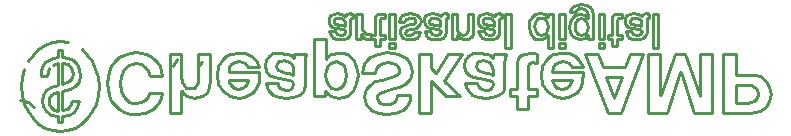
<source format=gbr>
G04 #@! TF.GenerationSoftware,KiCad,Pcbnew,(7.0.0-0)*
G04 #@! TF.CreationDate,2024-11-26T16:17:07-08:00*
G04 #@! TF.ProjectId,tas5754m,74617335-3735-4346-9d2e-6b696361645f,rev?*
G04 #@! TF.SameCoordinates,Original*
G04 #@! TF.FileFunction,Legend,Bot*
G04 #@! TF.FilePolarity,Positive*
%FSLAX46Y46*%
G04 Gerber Fmt 4.6, Leading zero omitted, Abs format (unit mm)*
G04 Created by KiCad (PCBNEW (7.0.0-0)) date 2024-11-26 16:17:07*
%MOMM*%
%LPD*%
G01*
G04 APERTURE LIST*
%ADD10C,0.250000*%
G04 APERTURE END LIST*
D10*
X149105739Y-154133860D02*
X149041304Y-154117760D01*
X139450534Y-154166205D02*
X139148499Y-154403805D01*
X131871104Y-154601015D02*
X131891239Y-154480200D01*
X127538846Y-156578585D02*
X127079754Y-156578585D01*
X118759738Y-160458490D02*
X118556300Y-160528640D01*
X125462689Y-156272420D02*
X125527123Y-156264370D01*
X131291195Y-155861445D02*
X131154273Y-155901695D01*
X130517991Y-154580895D02*
X130622697Y-154496325D01*
X142936154Y-153804015D02*
X143048914Y-153711390D01*
X140043409Y-160058800D02*
X139910124Y-159301165D01*
X106446788Y-158606755D02*
X106110064Y-158375260D01*
X157644249Y-162500075D02*
X155385383Y-162500090D01*
X110910036Y-159539625D02*
X110910036Y-157491215D01*
X113256563Y-157701724D02*
X113573998Y-157533360D01*
X142400549Y-155632310D02*
X142585799Y-155962535D01*
X100690875Y-162014451D02*
X100792951Y-161501560D01*
X141151794Y-158361145D02*
X140978172Y-158645255D01*
X137885609Y-162205355D02*
X137885609Y-161118015D01*
X130014598Y-154689585D02*
X130083059Y-155003700D01*
X117588214Y-158753885D02*
X117539109Y-158522385D01*
X132028161Y-154443950D02*
X132092595Y-154452000D01*
X140948369Y-159932525D02*
X141081654Y-160185070D01*
X155385383Y-157491290D02*
X156486754Y-157491290D01*
X122206157Y-155192975D02*
X122463893Y-155289630D01*
X139611321Y-160451590D02*
X139611321Y-161118025D01*
X117917924Y-158080435D02*
X118149422Y-158059385D01*
X127784979Y-161006015D02*
X128851274Y-161006015D01*
X109521045Y-160612935D02*
X109500000Y-160612935D01*
X128562676Y-155873700D02*
X128466025Y-155809265D01*
X148582209Y-154137890D02*
X148461399Y-154335220D01*
X117714488Y-160255055D02*
X117651352Y-160002510D01*
X98446873Y-162037070D02*
X98308820Y-161780208D01*
X157644249Y-159287155D02*
X158079184Y-159320478D01*
X98317188Y-161216279D02*
X98480343Y-160992885D01*
X157707384Y-160171085D02*
X157342599Y-160143035D01*
X143020724Y-153344920D02*
X142730769Y-153453655D01*
X122766857Y-161216130D02*
X122149527Y-161082840D01*
X122149527Y-161082840D02*
X121893476Y-160909218D01*
X113917734Y-160381490D02*
X114317595Y-160465675D01*
X126767789Y-160634200D02*
X126311808Y-160788535D01*
X129170773Y-154117875D02*
X128844576Y-154081625D01*
X128836520Y-156276400D02*
X129142582Y-156240150D01*
X128482135Y-155563615D02*
X128635165Y-155475015D01*
X99209664Y-156457125D02*
X98550547Y-156534386D01*
X148050629Y-156276220D02*
X148352664Y-156244020D01*
X123229854Y-158494270D02*
X122963280Y-158241725D01*
X125177113Y-158047384D02*
X125441933Y-157800100D01*
X146213969Y-154150070D02*
X146040804Y-154250750D01*
X111906181Y-157491215D02*
X111906181Y-159722020D01*
X128466025Y-155809265D02*
X128425755Y-155700535D01*
X145299349Y-154138145D02*
X144840254Y-154138145D01*
X114778839Y-161170692D02*
X114345658Y-161216290D01*
X143093184Y-154561130D02*
X143342869Y-154500720D01*
X106755454Y-160816515D02*
X106755454Y-160816515D01*
X132092595Y-154133860D02*
X132028161Y-154117760D01*
X134197320Y-154137990D02*
X133738227Y-154137990D01*
X150073524Y-161005780D02*
X151301169Y-157491215D01*
X134615251Y-158150585D02*
X134811674Y-158080435D01*
X127079754Y-156220170D02*
X127538846Y-156220170D01*
X145586979Y-162500130D02*
X143692899Y-157491330D01*
X139464006Y-158241815D02*
X139302661Y-158234815D01*
X105029738Y-158438395D02*
X104608832Y-158824225D01*
X135780865Y-154532585D02*
X135913760Y-154653395D01*
X143048914Y-153711390D02*
X143197914Y-153667090D01*
X147104254Y-155583575D02*
X147200909Y-155917825D01*
X99397354Y-158282015D02*
X99880960Y-158400001D01*
X126733473Y-155877710D02*
X126318679Y-155877710D01*
X129154662Y-154492370D02*
X129271448Y-154572915D01*
X135793786Y-160311170D02*
X135653484Y-160458490D01*
X122524301Y-154959445D02*
X122439731Y-154858765D01*
X115110299Y-159694015D02*
X115110304Y-159694015D01*
X146391179Y-156844220D02*
X146391179Y-156220015D01*
X113573998Y-157533360D02*
X114345658Y-157400075D01*
X113588028Y-161068970D02*
X113005773Y-160662095D01*
X143902664Y-156220270D02*
X144361754Y-156220270D01*
X136159411Y-156139315D02*
X136352713Y-155950040D01*
X123740492Y-154081510D02*
X123506918Y-154137890D01*
X131569068Y-154137890D02*
X131448255Y-154335220D01*
X125568205Y-162247690D02*
X125133269Y-161770660D01*
X113665190Y-160185070D02*
X113917734Y-160381490D01*
X144295306Y-153836248D02*
X144095964Y-153546295D01*
X153391689Y-157491215D02*
X154422909Y-157491215D01*
X129315748Y-154717890D02*
X129251314Y-154862870D01*
X133724331Y-160584770D02*
X134117177Y-160956570D01*
X135055981Y-154858765D02*
X135027791Y-154709760D01*
X134797644Y-158999415D02*
X134608236Y-158901200D01*
X143270409Y-154138245D02*
X142843534Y-154222815D01*
X97395194Y-163423979D02*
X97958101Y-163773432D01*
X125859612Y-155877710D02*
X125513279Y-155877710D01*
X137885609Y-161118015D02*
X137282309Y-161118015D01*
X124015547Y-160626860D02*
X123503442Y-161054780D01*
X99850684Y-163989164D02*
X100461226Y-163773432D01*
X149853344Y-157013515D02*
X149853344Y-154138145D01*
X142568844Y-161033895D02*
X142195290Y-161170692D01*
X112991743Y-157926205D02*
X113256563Y-157701724D01*
X135966113Y-154838645D02*
X135966112Y-155180920D01*
X97026878Y-161976462D02*
X96471339Y-161625838D01*
X118359872Y-161216130D02*
X118914067Y-161174030D01*
X98481180Y-162696391D02*
X99079413Y-162803487D01*
X142077789Y-158180505D02*
X141797184Y-158143675D01*
X109499999Y-157491215D02*
X109499999Y-159392310D01*
X123889495Y-154097610D02*
X123808953Y-154085510D01*
X157342599Y-161644245D02*
X157707384Y-161616195D01*
X104370318Y-159357375D02*
X104300168Y-159974700D01*
X125108302Y-155793240D02*
X124931109Y-155656315D01*
X148811759Y-155950040D02*
X148884244Y-155672170D01*
X100758649Y-158568131D02*
X100577715Y-158284076D01*
X109545597Y-159867581D02*
X109682392Y-160185015D01*
X143459764Y-158613685D02*
X142582874Y-158613685D01*
X131037486Y-156276220D02*
X131339520Y-156244020D01*
X142333840Y-157470227D02*
X142814374Y-157680680D01*
X135950000Y-155776875D02*
X135845295Y-155861445D01*
X129706379Y-155636080D02*
X129227151Y-155636080D01*
X158977114Y-162002000D02*
X158443969Y-162359770D01*
X116542966Y-158480230D02*
X116648193Y-158985315D01*
X127006300Y-159539860D02*
X127483327Y-159392545D01*
X143870444Y-155483340D02*
X143769769Y-155704830D01*
X122339051Y-156131260D02*
X122637058Y-156244020D01*
X116043313Y-158613685D02*
X115166423Y-158613685D01*
X133633522Y-155801195D02*
X133331488Y-155913950D01*
X126978239Y-158228030D02*
X126557333Y-158277130D01*
X141940349Y-156220170D02*
X141940349Y-154138145D01*
X121721609Y-157940080D02*
X121735639Y-157940080D01*
X143338864Y-153312720D02*
X143020724Y-153344920D01*
X121735639Y-157940080D02*
X121942584Y-157705073D01*
X135022127Y-159055535D02*
X134797644Y-158999415D01*
X122560546Y-154496325D02*
X122697469Y-154456075D01*
X148815784Y-154081510D02*
X148582209Y-154137890D01*
X113005773Y-160662095D02*
X112626958Y-160058800D01*
X107183374Y-157926290D02*
X107442932Y-158220925D01*
X105113920Y-162568535D02*
X104622864Y-162415955D01*
X127167650Y-161728570D02*
X127476314Y-161609315D01*
X137885609Y-160451580D02*
X137885609Y-158311975D01*
X135260641Y-159090585D02*
X135022127Y-159055535D01*
X129714435Y-155015925D02*
X129774842Y-154758190D01*
X125098193Y-160514960D02*
X125441933Y-160115100D01*
X143342894Y-155914240D02*
X143085154Y-155849810D01*
X144095964Y-153546295D02*
X143775806Y-153371114D01*
X145299349Y-157013515D02*
X145299349Y-156578585D01*
X139474694Y-156211985D02*
X139808949Y-156276420D01*
X128852627Y-154444070D02*
X128997604Y-154452120D01*
X97566686Y-159393105D02*
X98159061Y-159393105D01*
X135941948Y-155478870D02*
X135994300Y-155631900D01*
X116036298Y-159869390D02*
X115906518Y-160234175D01*
X142916019Y-155680670D02*
X142823394Y-155447095D01*
X118598390Y-159700860D02*
X118864964Y-159820115D01*
X142513304Y-153655010D02*
X142408599Y-153961070D01*
X107737568Y-161226898D02*
X107583235Y-161588175D01*
X142823394Y-155447095D02*
X142795194Y-155189360D01*
X125869854Y-159154020D02*
X125869854Y-159154015D01*
X130526043Y-155289630D02*
X130815996Y-155337930D01*
X103851204Y-161854750D02*
X103572353Y-161465411D01*
X135072091Y-154580895D02*
X135176797Y-154496325D01*
X118591374Y-159125635D02*
X118366891Y-159090585D01*
X141365756Y-161179460D02*
X141004479Y-161068970D01*
X122488054Y-155583575D02*
X122028962Y-155583575D01*
X140199579Y-156199890D02*
X140368719Y-156095185D01*
X115906518Y-160234175D02*
X115713603Y-160556870D01*
X128172045Y-155241420D02*
X128023041Y-155414585D01*
X116655204Y-160002515D02*
X116709571Y-160323456D01*
X100792951Y-161501560D02*
X100207271Y-161501560D01*
X124317197Y-158564420D02*
X124415408Y-159265930D01*
X132032174Y-157491215D02*
X133238769Y-157491215D01*
X122665249Y-154081510D02*
X122395432Y-154121760D01*
X135913760Y-154653395D02*
X135966113Y-154838645D01*
X100461226Y-163773432D02*
X101024133Y-163423979D01*
X158443969Y-159420445D02*
X158977114Y-159785230D01*
X126733496Y-154142020D02*
X126584492Y-154125920D01*
X106797543Y-159420510D02*
X106678286Y-158964526D01*
X101024133Y-163423979D02*
X101522249Y-162949068D01*
X158079184Y-159320478D02*
X158443969Y-159420445D01*
X133999990Y-156099200D02*
X134147987Y-155877708D01*
X122975336Y-156276220D02*
X123277371Y-156244020D01*
X130691153Y-155833255D02*
X130550204Y-155583575D01*
X114857755Y-160269250D02*
X115012087Y-160027231D01*
X115152393Y-161033895D02*
X114778839Y-161170692D01*
X123222838Y-160093715D02*
X123370156Y-159721915D01*
X148461399Y-154335220D02*
X148123119Y-154141920D01*
X131359660Y-154653395D02*
X131412013Y-154838645D01*
X129690272Y-154444070D02*
X129468780Y-154234660D01*
X118738694Y-157633158D02*
X118437044Y-157498115D01*
X136972325Y-157491100D02*
X135962150Y-157491100D01*
X154422909Y-157491215D02*
X154422909Y-162500015D01*
X119915475Y-160481288D02*
X119952304Y-160184900D01*
X118998254Y-157841855D02*
X118738694Y-157633158D01*
X109736759Y-160884770D02*
X109521045Y-160612935D01*
X135913045Y-157659465D02*
X135892000Y-157841855D01*
X140486495Y-155489117D02*
X140368704Y-155720675D01*
X123164964Y-161175793D02*
X122766857Y-161216130D01*
X143197914Y-153667090D02*
X143367054Y-153654990D01*
X128974037Y-159360960D02*
X128837243Y-159666115D01*
X130699207Y-156244020D02*
X131037486Y-156276220D01*
X116648193Y-158985315D02*
X116928797Y-159308010D01*
X101930673Y-162369863D02*
X102231203Y-161715320D01*
X107442932Y-158220925D02*
X107646370Y-158571680D01*
X113531904Y-159932525D02*
X113665190Y-160185070D01*
X126318679Y-155877710D02*
X126318679Y-154766220D01*
X121942584Y-157705073D02*
X122198635Y-157533200D01*
X139394139Y-155430725D02*
X139365939Y-155156880D01*
X125527123Y-155821390D02*
X125426445Y-155833490D01*
X139881434Y-154081635D02*
X139450534Y-154166205D01*
X102480154Y-160260015D02*
X102413708Y-159493600D01*
X128844576Y-154081625D02*
X128478108Y-154125925D01*
X146134154Y-161265470D02*
X146148204Y-161265470D01*
X146391179Y-154766220D02*
X146395179Y-154641380D01*
X127079754Y-154138145D02*
X127079754Y-156220170D01*
X148884244Y-154085510D02*
X148815784Y-154081510D01*
X130550204Y-155583575D02*
X130091112Y-155583575D01*
X140525759Y-155181040D02*
X140486495Y-155489117D01*
X108503854Y-157491215D02*
X109499999Y-157491215D01*
X99079415Y-157140740D02*
X99079415Y-157790010D01*
X127079754Y-157013515D02*
X127538846Y-157013515D01*
X131440200Y-155631900D02*
X131395900Y-155776875D01*
X105661099Y-157379115D02*
X106104803Y-157414190D01*
X136425201Y-155672170D02*
X136425204Y-154601015D01*
X132369004Y-154137985D02*
X132369004Y-156220015D01*
X136356742Y-154081510D02*
X136123168Y-154137890D01*
X131802642Y-154081510D02*
X131569068Y-154137890D01*
X158226499Y-160507810D02*
X158016049Y-160276310D01*
X141481254Y-154138145D02*
X141481254Y-156220170D01*
X123966011Y-154443950D02*
X124030445Y-154452000D01*
X128719740Y-158064922D02*
X128886349Y-158340265D01*
X125859612Y-154649435D02*
X125859612Y-155877710D01*
X130650199Y-157491215D02*
X130650199Y-158739905D01*
X127855127Y-158536700D02*
X127609598Y-158347295D01*
X132092595Y-154452000D02*
X132092595Y-154133860D01*
X135499154Y-158157595D02*
X135737667Y-158389095D01*
X126311808Y-160788535D02*
X126094340Y-160956895D01*
X129468780Y-154234660D02*
X129170773Y-154117875D01*
X126171505Y-162528295D02*
X125568205Y-162247690D01*
X144801289Y-157491330D02*
X145194134Y-158606730D01*
X133541939Y-158985315D02*
X133822543Y-159308010D01*
X133122077Y-155869650D02*
X132965019Y-155752865D01*
X143628824Y-154234895D02*
X143270409Y-154138245D01*
X143902664Y-155934345D02*
X143902664Y-156220270D01*
X135563396Y-155913795D02*
X135245253Y-155833255D01*
X130622697Y-154496325D02*
X130759619Y-154456075D01*
X134481964Y-158297905D02*
X134615251Y-158150585D01*
X131716494Y-159785155D02*
X133084439Y-161118025D01*
X136425204Y-154601015D02*
X136445339Y-154480200D01*
X135253622Y-161216130D02*
X135807817Y-161174030D01*
X145932084Y-156844220D02*
X146391179Y-156844220D01*
X142526764Y-159694015D02*
X142526754Y-159694015D01*
X129142582Y-156240150D02*
X129408372Y-156131415D01*
X145956234Y-154419890D02*
X145932084Y-154649435D01*
X133085833Y-156175715D02*
X133460355Y-156276395D01*
X141940349Y-157013515D02*
X141940349Y-156578585D01*
X102231203Y-161715320D02*
X102416732Y-161005388D01*
X129271448Y-154572915D02*
X129315748Y-154717890D01*
X99397360Y-162294740D02*
X99397360Y-160668220D01*
X126038219Y-161195410D02*
X126108370Y-161461985D01*
X147515034Y-154858765D02*
X147486834Y-154709760D01*
X142924044Y-154718185D02*
X143093184Y-154561130D01*
X143894614Y-154504715D02*
X143628824Y-154234895D01*
X118047705Y-160518123D02*
X117847775Y-160423420D01*
X130401200Y-156131260D02*
X130699207Y-156244020D01*
X147635839Y-154496325D02*
X147772764Y-154456075D01*
X128385482Y-155132685D02*
X128172045Y-155241420D01*
X101522248Y-157570966D02*
X101038224Y-157106599D01*
X114899849Y-158290995D02*
X114661335Y-158180505D01*
X113489811Y-159062655D02*
X113489814Y-159062655D01*
X129227151Y-155636080D02*
X129074121Y-155857575D01*
X124306904Y-156220015D02*
X124737806Y-156220015D01*
X127079754Y-156578585D02*
X127079754Y-157013515D01*
X147772764Y-154456075D02*
X147909684Y-154443975D01*
X100577715Y-158284076D02*
X100324407Y-158064445D01*
X142408599Y-153961070D02*
X142867689Y-153961070D01*
X140368719Y-156095185D02*
X140501614Y-155950205D01*
X122149528Y-158241725D02*
X121875939Y-158494270D01*
X139494814Y-155672350D02*
X139394139Y-155430725D01*
X147712354Y-156244020D02*
X148050629Y-156276220D01*
X124737806Y-156220015D02*
X124737806Y-155817300D01*
X148964789Y-154097610D02*
X148884244Y-154085510D01*
X149853344Y-154138145D02*
X149394254Y-154138145D01*
X117903894Y-158999415D02*
X117714486Y-158901200D01*
X122963280Y-158241725D02*
X122556404Y-158143515D01*
X123370156Y-159721915D02*
X123419261Y-159293990D01*
X99993077Y-159801440D02*
X99397357Y-160042405D01*
X120725464Y-161117920D02*
X120725464Y-156221380D01*
X148453344Y-155631900D02*
X148409044Y-155776875D01*
X147096204Y-155003700D02*
X147281449Y-155192975D01*
X135653484Y-160458490D02*
X135450046Y-160528640D01*
X127595570Y-162528295D02*
X126844955Y-162619490D01*
X146805954Y-154496405D02*
X146805954Y-154142020D01*
X143902664Y-154504715D02*
X143894614Y-154504715D01*
X138881754Y-162205355D02*
X137885609Y-162205355D01*
X135849907Y-160058630D02*
X135793786Y-160311170D01*
X122645115Y-155019850D02*
X122524301Y-154959445D01*
X133238769Y-157491215D02*
X131716494Y-159785155D01*
X100418115Y-162415225D02*
X100690875Y-162014451D01*
X156486754Y-159287155D02*
X157644249Y-159287155D01*
X135892000Y-157841855D02*
X135632441Y-157633158D01*
X118794812Y-159174735D02*
X118591374Y-159125635D01*
X129347967Y-155297820D02*
X129561404Y-155189090D01*
X127953338Y-158852380D02*
X127855127Y-158536700D01*
X137282309Y-160451580D02*
X137885609Y-160451580D01*
X147829139Y-155337930D02*
X148066739Y-155370130D01*
X98697044Y-162229500D02*
X98446873Y-162037070D01*
X148993004Y-154443950D02*
X149041304Y-154443950D01*
X146491839Y-154496405D02*
X146612654Y-154480305D01*
X145585754Y-156220015D02*
X145932084Y-156220015D01*
X126419380Y-154496405D02*
X126540194Y-154480305D01*
X143452749Y-159869390D02*
X143322970Y-160234175D01*
X143322970Y-160234175D02*
X143130054Y-160556870D01*
X110910036Y-157491215D02*
X111906181Y-157491215D01*
X125961050Y-158726100D02*
X125869854Y-159154020D01*
X132028161Y-154117760D02*
X131951645Y-154097610D01*
X136319922Y-161026710D02*
X136698737Y-160711030D01*
X128429779Y-154635360D02*
X128534484Y-154524615D01*
X123333750Y-155776875D02*
X123229045Y-155861445D01*
X100187189Y-158700360D02*
X100300979Y-159165555D01*
X141081654Y-160185070D02*
X141334199Y-160381490D01*
X122395432Y-154121760D02*
X122165886Y-154230495D01*
X124803559Y-159154015D02*
X124842142Y-158722588D01*
X130457582Y-154121760D02*
X130228036Y-154230495D01*
X124415408Y-159265930D02*
X124317197Y-160002515D01*
X145194134Y-158606730D02*
X147067164Y-158606730D01*
X134782136Y-154230495D02*
X134625078Y-154419770D01*
X123808953Y-154085510D02*
X123740492Y-154081510D01*
X136646695Y-154452000D02*
X136646695Y-154133860D01*
X97746575Y-160964407D02*
X97660396Y-161471440D01*
X126283747Y-161637360D02*
X126529276Y-161735570D01*
X128880819Y-155011870D02*
X128635164Y-155064225D01*
X158079184Y-162464999D02*
X157644249Y-162500075D01*
X148239909Y-154532585D02*
X148372804Y-154653395D01*
X126199563Y-158438480D02*
X125961050Y-158726100D01*
X117721501Y-158150585D02*
X117917924Y-158080435D01*
X134650322Y-161152995D02*
X135253622Y-161216130D01*
X119019299Y-157659465D02*
X118998254Y-157841855D01*
X123377171Y-158866070D02*
X123229854Y-158494270D01*
X133548954Y-160002515D02*
X133603321Y-160323456D01*
X98738879Y-160833913D02*
X99072718Y-160731835D01*
X113949305Y-161179460D02*
X113588028Y-161068970D01*
X124030445Y-154133860D02*
X123966011Y-154117760D01*
X139365939Y-155156880D02*
X139365959Y-155156880D01*
X118956159Y-158894180D02*
X118956159Y-159265930D01*
X122020909Y-155003700D02*
X122206157Y-155192975D01*
X125859587Y-156220015D02*
X125859587Y-156844220D01*
X130759619Y-154456075D02*
X130896541Y-154443975D01*
X131891239Y-154480200D02*
X131979836Y-154443950D01*
X121728622Y-158866070D02*
X121686532Y-159293990D01*
X131250926Y-155406380D02*
X131387848Y-155478870D01*
X147740544Y-154081510D02*
X147470724Y-154121760D01*
X133738227Y-155446805D02*
X133633522Y-155801195D01*
X132828096Y-154137985D02*
X132369004Y-154137985D01*
X142388469Y-154810775D02*
X142336114Y-155233625D01*
X142428552Y-160027231D02*
X142526764Y-159694015D01*
X99880960Y-158400001D02*
X100187189Y-158700360D01*
X139502864Y-154665570D02*
X139684084Y-154504485D01*
X130187763Y-155917825D02*
X130401200Y-156131260D01*
X147720414Y-155019850D02*
X147599604Y-154959445D01*
X100867210Y-158916613D02*
X100758649Y-158568131D01*
X131412013Y-154838645D02*
X131412012Y-155180920D01*
X143870444Y-154959815D02*
X143902644Y-155225605D01*
X123517475Y-157554245D02*
X124015547Y-157968140D01*
X126636845Y-154480305D02*
X126733496Y-154496405D01*
X126529276Y-161735570D02*
X126795850Y-161763620D01*
X146040804Y-154250750D02*
X145956234Y-154419890D01*
X105661098Y-158298095D02*
X105317358Y-158333170D01*
X118900040Y-160311170D02*
X118759738Y-160458490D01*
X103367162Y-161012935D02*
X103240890Y-160514864D01*
X145932084Y-154649435D02*
X145932084Y-155877710D01*
X126318679Y-156844220D02*
X126318679Y-156220015D01*
X135313719Y-154456075D02*
X135450641Y-154443975D01*
X129654054Y-157491215D02*
X130650199Y-157491215D01*
X149041304Y-154117760D02*
X148964789Y-154097610D01*
X110005087Y-161068915D02*
X109736759Y-160884770D01*
X124765995Y-154138090D02*
X124306903Y-154138090D01*
X102416732Y-161005388D02*
X102480154Y-160260015D01*
X142730769Y-153453655D02*
X142513304Y-153655010D01*
X123092123Y-155901695D02*
X122947146Y-155913795D01*
X122439731Y-154858765D02*
X122411541Y-154709760D01*
X99397357Y-157790010D02*
X99397357Y-157140740D01*
X118437044Y-157498115D02*
X117777624Y-157399905D01*
X134811674Y-158080435D02*
X135043172Y-158059385D01*
X135807817Y-161174030D02*
X136319922Y-161026710D01*
X150059474Y-161005780D02*
X150073524Y-161005780D01*
X139949879Y-155913975D02*
X139676039Y-155845515D01*
X148409044Y-155776875D02*
X148304339Y-155861445D01*
X137885609Y-158311975D02*
X137976805Y-157870020D01*
X148618454Y-156139315D02*
X148811759Y-155950040D01*
X116830581Y-160584770D02*
X117223427Y-160956570D01*
X135708376Y-155096350D02*
X135402314Y-155056100D01*
X149028254Y-162500015D02*
X149028254Y-157491215D01*
X155385383Y-162500090D02*
X155385383Y-157491290D01*
X139184744Y-156018685D02*
X139474694Y-156211985D01*
X127538846Y-157013515D02*
X127538846Y-156578585D01*
X129408372Y-156131415D02*
X129605701Y-155930060D01*
X122125613Y-155917825D02*
X122339051Y-156131260D01*
X126466140Y-159680160D02*
X127006300Y-159539860D01*
X135758711Y-159820115D02*
X135849907Y-160058630D01*
X131109976Y-154141920D02*
X130727399Y-154081510D01*
X114317595Y-160465675D02*
X114635027Y-160416569D01*
X136935204Y-154138145D02*
X136935204Y-157013515D01*
X134741863Y-155917825D02*
X134955300Y-156131260D01*
X153391689Y-161040855D02*
X153391689Y-157491215D01*
X130896541Y-154443975D02*
X131061653Y-154464125D01*
X159278764Y-160297330D02*
X159376974Y-160893615D01*
X141940349Y-156578585D02*
X141481254Y-156578585D01*
X157342599Y-160143035D02*
X156486754Y-160143015D01*
X97381103Y-157106599D02*
X96897080Y-157570966D01*
X141481254Y-157013515D02*
X141940349Y-157013515D01*
X127820051Y-159182090D02*
X127920017Y-159036528D01*
X158226499Y-161279470D02*
X158310679Y-160893640D01*
X131605311Y-156139315D02*
X131798613Y-155950040D01*
X143596599Y-155857865D02*
X143342894Y-155914240D01*
X127483327Y-159392545D02*
X127820051Y-159182090D01*
X147539184Y-155289630D02*
X147829139Y-155337930D01*
X129251314Y-154862870D02*
X129094256Y-154951465D01*
X149028254Y-157491215D02*
X150059474Y-157491215D01*
X141481254Y-156578585D02*
X141481254Y-157013515D01*
X138881751Y-160451590D02*
X139611321Y-160451590D01*
X140533824Y-154419915D02*
X140525774Y-154419915D01*
X106871202Y-157691286D02*
X107183374Y-157926290D01*
X143193189Y-158054234D02*
X143459764Y-158613685D01*
X125859587Y-156844220D02*
X126318679Y-156844220D01*
X114917389Y-157470227D02*
X115397923Y-157680680D01*
X99932000Y-157892086D02*
X99397357Y-157790010D01*
X134664355Y-159581600D02*
X135106306Y-159637720D01*
X99397355Y-163248565D02*
X99397355Y-162810141D01*
X118366891Y-159090585D02*
X118128377Y-159055535D01*
X97958101Y-163773432D02*
X98568643Y-163989164D01*
X123277371Y-156244020D02*
X123543161Y-156139315D01*
X103851204Y-158129730D02*
X104201958Y-157815804D01*
X100903397Y-159329520D02*
X100867210Y-158916613D01*
X135253307Y-156244020D02*
X135591586Y-156276220D01*
X133460355Y-156276395D02*
X133766417Y-156232097D01*
X140968754Y-157013370D02*
X140968754Y-154138015D01*
X126322729Y-154641380D02*
X126350919Y-154552785D01*
X113489814Y-159694015D02*
X113531904Y-159932525D01*
X139029071Y-157456155D02*
X139330721Y-157463155D01*
X141762109Y-157400075D02*
X142333840Y-157470227D01*
X139398159Y-154895115D02*
X139502864Y-154665570D01*
X135708373Y-155901695D02*
X135563396Y-155913795D01*
X135828864Y-158669700D02*
X135849909Y-158894180D01*
X123092125Y-155096350D02*
X122786064Y-155056100D01*
X141734059Y-160465675D02*
X142051491Y-160416569D01*
X131871101Y-155672170D02*
X131871104Y-154601015D01*
X101522249Y-162949068D02*
X101930673Y-162369863D01*
X128997604Y-154452120D02*
X129154662Y-154492370D01*
X146656954Y-154125920D02*
X146507949Y-154117870D01*
X130727399Y-154081510D02*
X130457582Y-154121760D01*
X109500000Y-160612935D02*
X109500000Y-162500000D01*
X110271662Y-160430545D02*
X110575065Y-160374424D01*
X140422224Y-160662095D02*
X140043409Y-160058800D01*
X100451585Y-160259915D02*
X100790444Y-159870019D01*
X140408194Y-157926205D02*
X140673015Y-157701724D01*
X125148573Y-156236120D02*
X125353957Y-156276420D01*
X106629182Y-161160255D02*
X106755454Y-160816515D01*
X99072718Y-160731835D02*
X99072718Y-162304810D01*
X147909684Y-154443975D02*
X148074799Y-154464125D01*
X126350919Y-154552785D02*
X126419380Y-154496405D01*
X99072718Y-162304810D02*
X98697044Y-162229500D01*
X116709571Y-160323456D02*
X116830581Y-160584770D01*
X117223427Y-160956570D02*
X117756572Y-161152995D01*
X96188125Y-161715320D02*
X96488654Y-162369863D01*
X135615753Y-154464125D02*
X135780865Y-154532585D01*
X122999503Y-154464125D02*
X123164615Y-154532585D01*
X99072726Y-160122700D02*
X98444373Y-160305934D01*
X129074121Y-155857575D02*
X128804303Y-155913950D01*
X107863838Y-159420510D02*
X106797543Y-159420510D01*
X138983384Y-155680405D02*
X139184744Y-156018685D01*
X104201958Y-162173937D02*
X103851204Y-161854750D01*
X104300168Y-159974700D02*
X104370318Y-160613075D01*
X111843045Y-160332330D02*
X111639607Y-160802345D01*
X131798613Y-155950040D02*
X131871101Y-155672170D01*
X132864341Y-155579695D02*
X132828096Y-155366260D01*
X138881751Y-158655725D02*
X138881751Y-160451590D01*
X135485124Y-159125635D02*
X135260641Y-159090585D01*
X98631578Y-157856946D02*
X98261972Y-157994163D01*
X124765995Y-155128765D02*
X124765995Y-154138090D01*
X115166423Y-158613685D02*
X114899849Y-158290995D01*
X101921604Y-158133783D02*
X101522248Y-157570966D01*
X143278464Y-156276650D02*
X143640904Y-156192080D01*
X104622864Y-162415955D02*
X104201958Y-162173937D01*
X131154276Y-155096350D02*
X130848214Y-155056100D01*
X139148499Y-154403805D02*
X138967279Y-154754165D01*
X117756572Y-161152995D02*
X118359872Y-161216130D01*
X132803933Y-155913950D02*
X132811988Y-155905900D01*
X120725464Y-156221380D02*
X121721609Y-156221380D01*
X116928797Y-159308010D02*
X117321642Y-159483390D01*
X96897078Y-162949068D02*
X97395194Y-163423979D01*
X148123119Y-154141920D02*
X147740544Y-154081510D01*
X147084119Y-154419770D02*
X147027739Y-154689585D01*
X131905904Y-161118025D02*
X130650199Y-159813215D01*
X122455841Y-154580895D02*
X122560546Y-154496325D01*
X159376974Y-160893615D02*
X159278764Y-161489900D01*
X107367521Y-161896840D02*
X107099194Y-162149385D01*
X105029738Y-161546085D02*
X105317357Y-161656572D01*
X123829089Y-154480200D02*
X123917686Y-154443950D01*
X127834083Y-157498450D02*
X128486488Y-157828160D01*
X106104803Y-157414190D02*
X106509924Y-157519415D01*
X97660396Y-161471440D02*
X97660389Y-161471480D01*
X125329794Y-155841540D02*
X125108302Y-155793240D01*
X140187483Y-155865650D02*
X139949879Y-155913975D01*
X148884254Y-154601015D02*
X148904404Y-154480200D01*
X143600629Y-154561130D02*
X143773794Y-154726240D01*
X132369004Y-156220015D02*
X132803933Y-156220015D01*
X126318679Y-156220015D02*
X126733473Y-156220015D01*
X146507949Y-154117870D02*
X146213969Y-154150070D01*
X100070055Y-161939985D02*
X99796458Y-162197684D01*
X119980364Y-157827825D02*
X120078575Y-157491100D01*
X122028962Y-155583575D02*
X122125613Y-155917825D01*
X126584492Y-154125920D02*
X126435489Y-154117870D01*
X99397360Y-160668220D02*
X100049138Y-160457374D01*
X140990449Y-157533360D02*
X141762109Y-157400075D01*
X136809225Y-160481288D02*
X136846054Y-160184900D01*
X125527123Y-156264370D02*
X125527123Y-155821390D01*
X140255959Y-154158150D02*
X139881434Y-154081635D01*
X107099194Y-162149385D02*
X106439774Y-162500140D01*
X148074799Y-154464125D02*
X148239909Y-154532585D01*
X132965019Y-155752865D02*
X132864341Y-155579695D01*
X144840254Y-154138145D02*
X144840254Y-156220170D01*
X136505745Y-154097610D02*
X136425203Y-154085510D01*
X137976805Y-157870020D02*
X138222333Y-157610465D01*
X107583235Y-161588175D02*
X107367521Y-161896840D01*
X143342869Y-154500720D02*
X143342894Y-154500720D01*
X158310679Y-160893640D02*
X158226499Y-160507810D01*
X99397355Y-162810141D02*
X99985547Y-162687984D01*
X100300979Y-159165555D02*
X100224003Y-159533699D01*
X150578614Y-162500015D02*
X149028254Y-162500015D01*
X126435489Y-154117870D02*
X126141508Y-154150070D01*
X98550547Y-156534386D02*
X97936642Y-156755975D01*
X122549389Y-160465515D02*
X122949250Y-160360285D01*
X130586451Y-154959445D02*
X130501881Y-154858765D01*
X124745861Y-155817300D02*
X124822376Y-155982415D01*
X135330790Y-157498115D02*
X134671370Y-157399905D01*
X127920017Y-159036528D02*
X127953338Y-158852380D01*
X138965936Y-158319000D02*
X138881751Y-158655725D01*
X135402314Y-155056100D02*
X135261365Y-155019850D01*
X103367162Y-158950495D02*
X103572353Y-158510299D01*
X114661335Y-158180505D02*
X114380729Y-158143675D01*
X137394296Y-157013515D02*
X137394296Y-154138145D01*
X135962150Y-157491100D02*
X135913045Y-157659465D01*
X97757450Y-158479440D02*
X97614377Y-158876869D01*
X133822543Y-159308010D02*
X134215389Y-159483390D01*
X156486754Y-161644245D02*
X157342599Y-161644245D01*
X123808954Y-154601015D02*
X123829089Y-154480200D01*
X134197320Y-155567620D02*
X134197320Y-154137990D01*
X107788426Y-158973295D02*
X107863838Y-159420510D01*
X122629004Y-155833255D02*
X122488054Y-155583575D01*
X144361754Y-154247015D02*
X144295306Y-153836248D01*
X125426445Y-155833490D02*
X125329794Y-155841540D01*
X147470724Y-154121760D02*
X147241179Y-154230495D01*
X136445339Y-154480200D02*
X136533936Y-154443950D01*
X146779564Y-159427515D02*
X145481754Y-159427515D01*
X126318679Y-154766220D02*
X126322729Y-154641380D01*
X128023041Y-155414585D02*
X127966661Y-155680375D01*
X126540194Y-154480305D02*
X126636845Y-154480305D01*
X126795850Y-161763620D02*
X127167650Y-161728570D01*
X107646370Y-158571680D02*
X107788426Y-158973295D01*
X96005619Y-159493600D02*
X95939174Y-160260015D01*
X128486488Y-157828160D02*
X128719740Y-158064922D01*
X115397923Y-157680680D02*
X115776738Y-158054234D01*
X119952304Y-158297840D02*
X119980364Y-157827825D01*
X147563349Y-155583575D02*
X147104254Y-155583575D01*
X96002596Y-161005388D02*
X96188125Y-161715320D01*
X103572353Y-161465411D02*
X103367162Y-161012935D01*
X127966661Y-155680375D02*
X128047204Y-155962275D01*
X128635164Y-155064225D02*
X128385482Y-155132685D01*
X133084439Y-161118025D02*
X131905904Y-161118025D01*
X124810295Y-155434825D02*
X124765995Y-155128765D01*
X132811988Y-155905900D02*
X133085833Y-156175715D01*
X105113921Y-157428220D02*
X105661099Y-157379115D01*
X122165886Y-154230495D02*
X122008828Y-154419770D01*
X126844955Y-162619490D02*
X126171505Y-162528295D01*
X118212560Y-159637720D02*
X118598390Y-159700860D01*
X118864964Y-159820115D02*
X118956160Y-160058630D01*
X125353957Y-156276420D02*
X125462689Y-156272420D01*
X114380729Y-158143675D02*
X114008929Y-158198043D01*
X153377638Y-161040855D02*
X153391689Y-161040855D01*
X116106449Y-159062655D02*
X116036298Y-159869390D01*
X143522899Y-159062655D02*
X143452749Y-159869390D01*
X132803933Y-156220015D02*
X132803933Y-155913950D01*
X97970596Y-158201661D02*
X97757450Y-158479440D01*
X125968342Y-154250750D02*
X125883772Y-154419890D01*
X142336114Y-155233625D02*
X142400549Y-155632310D01*
X136425203Y-154085510D02*
X136356742Y-154081510D01*
X103240890Y-160514864D02*
X103198799Y-159974700D01*
X123808951Y-155672170D02*
X123808954Y-154601015D01*
X135370096Y-155337930D02*
X135607696Y-155370130D01*
X125513279Y-155877710D02*
X125513254Y-156220015D01*
X139941824Y-154444075D02*
X140203584Y-154508510D01*
X146148204Y-161265470D02*
X146779564Y-159427515D01*
X142526754Y-159694015D02*
X140906269Y-159694015D01*
X134955300Y-156131260D02*
X135253307Y-156244020D01*
X108503854Y-162500015D02*
X108503854Y-157491215D01*
X149041304Y-154443950D02*
X149105739Y-154452000D01*
X136533936Y-154443950D02*
X136582261Y-154443950D01*
X116634162Y-157996190D02*
X116542966Y-158480230D01*
X141425384Y-158198043D02*
X141151794Y-158361145D01*
X141334199Y-160381490D02*
X141734059Y-160465675D01*
X104370318Y-160613075D02*
X104608832Y-161160255D01*
X98262804Y-161511630D02*
X98317188Y-161216279D01*
X139910124Y-159301165D02*
X140036394Y-158529505D01*
X122556404Y-158143515D02*
X122149528Y-158241725D01*
X126129413Y-157484420D02*
X126936148Y-157379195D01*
X134637159Y-155003700D02*
X134822407Y-155192975D01*
X114345658Y-161216290D02*
X113949305Y-161179460D01*
X131036029Y-159111705D02*
X132032174Y-157491215D01*
X143085154Y-155849810D02*
X142916019Y-155680670D01*
X130083059Y-155003700D02*
X130268307Y-155192975D01*
X131154273Y-155901695D02*
X131009296Y-155913795D01*
X128425755Y-155700535D02*
X128482135Y-155563615D01*
X133527909Y-157996190D02*
X133436713Y-158480230D01*
X148167419Y-155901695D02*
X148022439Y-155913795D01*
X130650199Y-159813215D02*
X130650199Y-162500000D01*
X121868924Y-160100730D02*
X122135498Y-160360285D01*
X128416337Y-160101055D02*
X127918265Y-160332550D01*
X146805954Y-154142020D02*
X146656954Y-154125920D01*
X147200909Y-155917825D02*
X147414344Y-156131260D01*
X118310771Y-160549690D02*
X118047705Y-160518123D01*
X154422909Y-162500015D02*
X152872569Y-162500015D01*
X146805969Y-156220015D02*
X146805969Y-155877710D01*
X140006274Y-156256270D02*
X140199579Y-156199890D01*
X134215389Y-159483390D02*
X134664355Y-159581600D01*
X117777624Y-157399905D02*
X117293582Y-157463040D01*
X128256614Y-156147520D02*
X128538513Y-156248200D01*
X146612654Y-154480305D02*
X146709304Y-154480305D01*
X99209664Y-164062910D02*
X99850684Y-163989164D01*
X106110064Y-158375260D02*
X105661098Y-158298095D01*
X135849909Y-159265930D02*
X135688562Y-159174735D01*
X135245253Y-155833255D02*
X135104304Y-155583575D01*
X124822376Y-155982415D02*
X124963326Y-156127390D01*
X142881016Y-160826952D02*
X142568844Y-161033895D01*
X136698737Y-160711030D02*
X136809225Y-160481288D01*
X135966112Y-155180920D02*
X135708376Y-155096350D01*
X136874114Y-157827825D02*
X136972325Y-157491100D01*
X123736463Y-155950040D02*
X123808951Y-155672170D01*
X118843917Y-158389095D02*
X118935114Y-158669700D01*
X139676039Y-155845515D02*
X139494814Y-155672350D01*
X127686767Y-161377815D02*
X127784979Y-161006015D01*
X140906269Y-159062655D02*
X143522899Y-159062655D01*
X120078575Y-157491100D02*
X119068404Y-157491100D01*
X110580327Y-161216235D02*
X110005087Y-161068915D01*
X140509664Y-155950205D02*
X140509664Y-157013370D01*
X125012258Y-161463753D02*
X124971921Y-161104230D01*
X114345658Y-157400075D02*
X114917389Y-157470227D01*
X147861364Y-155056100D02*
X147720414Y-155019850D01*
X143640904Y-156192080D02*
X143894614Y-155934345D01*
X151764184Y-159055600D02*
X151750134Y-159055600D01*
X117714486Y-158901200D02*
X117588214Y-158753885D01*
X136002355Y-154335220D02*
X135664076Y-154141920D01*
X128240960Y-162247690D02*
X127595570Y-162528295D01*
X148167429Y-155096350D02*
X147861364Y-155056100D01*
X131412012Y-155180920D02*
X131154276Y-155096350D01*
X158977114Y-159785230D02*
X159278764Y-160297330D01*
X141004479Y-161068970D02*
X140422224Y-160662095D01*
X122198635Y-157533200D02*
X122822980Y-157399915D01*
X144840254Y-157013515D02*
X145299349Y-157013515D01*
X131951645Y-154097610D02*
X131871103Y-154085510D01*
X139330721Y-157463155D02*
X139611321Y-157491205D01*
X110769734Y-160206060D02*
X110874961Y-159930717D01*
X123047826Y-154141920D02*
X122665249Y-154081510D01*
X128682911Y-161742600D02*
X128491750Y-162023205D01*
X134625078Y-154419770D02*
X134568698Y-154689585D01*
X134568698Y-154689585D02*
X134637159Y-155003700D01*
X128809183Y-161407629D02*
X128682911Y-161742600D01*
X144840254Y-156220170D02*
X145299349Y-156220170D01*
X128852630Y-155418635D02*
X129102312Y-155366285D01*
X142195290Y-161170692D02*
X141762109Y-161216290D01*
X146805969Y-155877710D02*
X146391179Y-155877710D01*
X143902664Y-154186570D02*
X143902664Y-154504715D01*
X147067164Y-158606730D02*
X147445979Y-157491330D01*
X128478108Y-154125925D02*
X128188155Y-154258820D01*
X127476314Y-161609315D02*
X127686767Y-161377815D01*
X146423379Y-154552785D02*
X146491839Y-154496405D01*
X112493671Y-159301165D02*
X112619943Y-158529505D01*
X103572353Y-158510299D02*
X103851204Y-158129730D01*
X134741521Y-160423420D02*
X134608234Y-160255055D01*
X96488654Y-162369863D02*
X96897078Y-162949068D01*
X114008929Y-158198043D02*
X113735339Y-158361145D01*
X129774842Y-154758190D02*
X129690272Y-154444070D01*
X135664076Y-154141920D02*
X135281499Y-154081510D01*
X141797184Y-158143675D02*
X141425384Y-158198043D01*
X106755454Y-160816515D02*
X107821749Y-160816515D01*
X126936148Y-157379195D02*
X127834083Y-157498450D01*
X119952304Y-160184900D02*
X119952304Y-158297840D01*
X100207271Y-161501560D02*
X100070055Y-161939985D01*
X105317357Y-161656572D02*
X105661098Y-161693400D01*
X136935204Y-157013515D02*
X137394296Y-157013515D01*
X123196534Y-157438498D02*
X123517475Y-157554245D01*
X148304339Y-155861445D02*
X148167419Y-155901695D01*
X97660389Y-161471480D02*
X97753261Y-161955085D01*
X109104789Y-157925448D02*
X108803251Y-158571424D01*
X130228036Y-154230495D02*
X130070978Y-154419770D01*
X134545098Y-160002510D02*
X133548954Y-160002515D01*
X122008828Y-154419770D02*
X121952448Y-154689585D01*
X117539109Y-158522385D02*
X117588214Y-158297905D01*
X129654054Y-162500015D02*
X129654054Y-157491215D01*
X134645212Y-155583575D02*
X134741863Y-155917825D01*
X134608236Y-158901200D02*
X134481964Y-158753885D01*
X143902644Y-155225605D02*
X143870444Y-155483340D01*
X135591586Y-156276220D02*
X135893620Y-156244020D01*
X143773794Y-153791915D02*
X143870446Y-153959039D01*
X122637058Y-156244020D02*
X122975336Y-156276220D01*
X127293919Y-158249080D02*
X126978239Y-158228030D01*
X125869854Y-159154015D02*
X124803559Y-159154015D01*
X135176797Y-154496325D02*
X135313719Y-154456075D01*
X122949250Y-160360285D02*
X123222838Y-160093715D01*
X148425159Y-154838645D02*
X148425164Y-155180920D01*
X129102312Y-155366285D02*
X129347967Y-155297820D01*
X135632441Y-157633158D02*
X135330790Y-157498115D01*
X145299349Y-156578585D02*
X144840254Y-156578585D01*
X99079413Y-162803487D02*
X99079413Y-163248565D01*
X115110304Y-159694015D02*
X113489814Y-159694015D01*
X126141508Y-154150070D02*
X125968342Y-154250750D01*
X131448255Y-154335220D02*
X131109976Y-154141920D01*
X97614377Y-158876869D02*
X97566686Y-159393105D01*
X148400989Y-155478870D02*
X148453344Y-155631900D01*
X123378050Y-155631900D02*
X123333750Y-155776875D01*
X100049138Y-160457374D02*
X100451585Y-160259915D01*
X142585799Y-155962535D02*
X142879779Y-156192080D01*
X131061653Y-154464125D02*
X131226765Y-154532585D01*
X111906181Y-159722020D02*
X111843045Y-160332330D01*
X95939174Y-160260015D02*
X96002596Y-161005388D01*
X125133269Y-161770660D02*
X125012258Y-161463753D01*
X143130054Y-160556870D02*
X142881016Y-160826952D01*
X131339520Y-156244020D02*
X131605311Y-156139315D01*
X149394254Y-157013515D02*
X149853344Y-157013515D01*
X99397357Y-160042405D02*
X99397354Y-158282015D01*
X99796458Y-162197684D02*
X99397360Y-162294740D01*
X118605404Y-158157595D02*
X118843917Y-158389095D01*
X117651352Y-160002510D02*
X116655204Y-160002515D01*
X98262802Y-161511630D02*
X98262804Y-161511630D01*
X147027739Y-154689585D02*
X147096204Y-155003700D01*
X147281449Y-155192975D02*
X147539184Y-155289630D01*
X130707265Y-155019850D02*
X130586451Y-154959445D01*
X140906269Y-159062655D02*
X140906269Y-159062655D01*
X115464567Y-160826952D02*
X115152393Y-161033895D01*
X118128377Y-159055535D02*
X117903894Y-158999415D01*
X133603321Y-160323456D02*
X133724331Y-160584770D01*
X149105739Y-154452000D02*
X149105739Y-154133860D01*
X98261972Y-157994163D02*
X97970596Y-158201661D01*
X143773794Y-154726240D02*
X143870444Y-154959815D01*
X158016049Y-161503955D02*
X158226499Y-161279470D01*
X121686531Y-160654920D02*
X121672500Y-160654920D01*
X110575065Y-160374424D02*
X110769734Y-160206060D01*
X135204518Y-160549690D02*
X134941452Y-160518123D01*
X152872569Y-162500015D02*
X151764184Y-159055600D01*
X135450641Y-154443975D02*
X135615753Y-154464125D01*
X134671370Y-157399905D02*
X134187328Y-157463040D01*
X146716409Y-162500130D02*
X145586979Y-162500130D01*
X138881754Y-161118015D02*
X138881754Y-162205355D01*
X100790444Y-159870019D02*
X100903397Y-159329520D01*
X140673015Y-157701724D02*
X140990449Y-157533360D01*
X119426172Y-161026710D02*
X119804987Y-160711030D01*
X139684084Y-154504485D02*
X139941824Y-154444075D01*
X124030445Y-154452000D02*
X124030445Y-154133860D01*
X143692899Y-157491330D02*
X144801289Y-157491330D01*
X121686532Y-159293990D02*
X121728622Y-159728930D01*
X125513254Y-156220015D02*
X125859587Y-156220015D01*
X111232732Y-161103995D02*
X110580327Y-161216235D01*
X135011682Y-154121760D02*
X134782136Y-154230495D01*
X128635165Y-155475015D02*
X128852630Y-155418635D01*
X109499999Y-159392310D02*
X109545597Y-159867581D01*
X125918960Y-159848525D02*
X126466140Y-159680160D01*
X152149994Y-157491215D02*
X153377638Y-161040855D01*
X135805026Y-155406380D02*
X135941948Y-155478870D01*
X121721609Y-156221380D02*
X121721609Y-157940080D01*
X135492137Y-159700860D02*
X135758711Y-159820115D01*
X99079413Y-163248565D02*
X99397355Y-163248565D01*
X122135498Y-160360285D02*
X122549389Y-160465515D01*
X123349861Y-155180920D02*
X123092125Y-155096350D01*
X151750134Y-159055600D02*
X150578614Y-162500015D01*
X111639607Y-160802345D02*
X111232732Y-161103995D01*
X148904404Y-154480200D02*
X148993004Y-154443950D01*
X102223141Y-158779759D02*
X101921604Y-158133783D01*
X142867689Y-153961070D02*
X142936154Y-153804015D01*
X140978172Y-158645255D02*
X140906269Y-159062655D01*
X121728622Y-159728930D02*
X121868924Y-160100730D01*
X138967279Y-154754165D02*
X138906869Y-155193120D01*
X117770609Y-159581600D02*
X118212560Y-159637720D01*
X123503442Y-161054780D02*
X123164964Y-161175793D01*
X113561716Y-158645255D02*
X113489811Y-159062655D01*
X131871103Y-154085510D02*
X131802642Y-154081510D01*
X138906869Y-155193120D02*
X138983384Y-155680405D01*
X140533824Y-154138015D02*
X140533824Y-154419915D01*
X121875939Y-158494270D02*
X121728622Y-158866070D01*
X116900736Y-157659465D02*
X116634162Y-157996190D01*
X132828096Y-155366260D02*
X132828096Y-154137985D01*
X139302661Y-158234815D02*
X138965936Y-158319000D01*
X123419261Y-159293990D02*
X123377171Y-158866070D01*
X126733496Y-154496405D02*
X126733496Y-154142020D01*
X130650199Y-158739905D02*
X131036029Y-159111705D01*
X142582874Y-158613685D02*
X142316304Y-158290995D01*
X121893476Y-160909218D02*
X121686531Y-160654920D01*
X130501881Y-154858765D02*
X130473691Y-154709760D01*
X146709304Y-154480305D02*
X146805954Y-154496405D01*
X134432859Y-158522385D02*
X134481964Y-158297905D01*
X147599604Y-154959445D02*
X147515034Y-154858765D01*
X128047204Y-155962275D02*
X128256614Y-156147520D01*
X128851274Y-161006015D02*
X128809183Y-161407629D01*
X104608832Y-158824225D02*
X104370318Y-159357375D01*
X127538846Y-156220170D02*
X127538846Y-154138145D01*
X144361754Y-156220270D02*
X144361754Y-154247015D01*
X147414344Y-156131260D02*
X147712354Y-156244020D01*
X121672500Y-161117920D02*
X120725464Y-161117920D01*
X158443969Y-162359770D02*
X158079184Y-162464999D01*
X131053596Y-155370130D02*
X131250926Y-155406380D01*
X147445979Y-157491330D02*
X148589439Y-157491330D01*
X124317197Y-160002515D02*
X124015547Y-160626860D01*
X122947146Y-155913795D02*
X122629004Y-155833255D01*
X135104304Y-155583575D02*
X134645212Y-155583575D01*
X142795194Y-155189360D02*
X142827394Y-154935650D01*
X117321642Y-159483390D02*
X117770609Y-159581600D01*
X134147987Y-155877708D02*
X134197320Y-155567620D01*
X98005111Y-160581205D02*
X97746575Y-160964407D01*
X113489814Y-159062655D02*
X116106449Y-159062655D01*
X131979836Y-154443950D02*
X132028161Y-154443950D01*
X106439774Y-162500140D02*
X105661099Y-162619395D01*
X150059474Y-157491215D02*
X150059474Y-161005780D01*
X136646695Y-154133860D02*
X136582261Y-154117760D01*
X148884244Y-155672170D02*
X148884254Y-154601015D01*
X112619943Y-158529505D02*
X112991743Y-157926205D01*
X140509664Y-157013370D02*
X140968754Y-157013370D01*
X118956159Y-159265930D02*
X118794812Y-159174735D01*
X109500000Y-162500000D02*
X108503854Y-162500015D01*
X124015547Y-157968140D02*
X124317197Y-158564420D01*
X118956160Y-160058630D02*
X118900040Y-160311170D01*
X134187328Y-157463040D02*
X133794483Y-157659465D01*
X135027791Y-154709760D02*
X135072091Y-154580895D01*
X109682392Y-160185015D02*
X109920905Y-160369163D01*
X124971921Y-158354295D02*
X125177113Y-158047384D01*
X126108370Y-161461985D02*
X126283747Y-161637360D01*
X119068404Y-157491100D02*
X119019299Y-157659465D01*
X127532434Y-160437780D02*
X126767789Y-160634200D01*
X146395179Y-154641380D02*
X146423379Y-154552785D01*
X114635027Y-160416569D02*
X114857755Y-160269250D01*
X148372804Y-154653395D02*
X148425159Y-154838645D01*
X136123168Y-154137890D02*
X136002355Y-154335220D01*
X121672500Y-160654920D02*
X121672500Y-161117920D01*
X128886349Y-158340265D02*
X129019635Y-158978635D01*
X113735339Y-158361145D02*
X113561716Y-158645255D01*
X96196186Y-158779759D02*
X96005619Y-159493600D01*
X142553579Y-154460415D02*
X142388469Y-154810775D01*
X133331488Y-155913950D02*
X133122077Y-155869650D01*
X143775806Y-153371114D02*
X143338864Y-153312720D01*
X130815996Y-155337930D02*
X131053596Y-155370130D01*
X98599159Y-158428404D02*
X99072726Y-158298720D01*
X156486754Y-160143015D02*
X156486754Y-161644245D01*
X148352664Y-156244020D02*
X148618454Y-156139315D01*
X105317358Y-158333170D02*
X105029738Y-158438395D01*
X145932084Y-156220015D02*
X145932084Y-156844220D01*
X136846054Y-158297840D02*
X136874114Y-157827825D01*
X128804303Y-155913950D02*
X128687517Y-155905900D01*
X125441933Y-160115100D02*
X125918960Y-159848525D01*
X125883772Y-154419890D02*
X125859612Y-154649435D01*
X123164615Y-154532585D02*
X123297510Y-154653395D01*
X143367054Y-153654990D02*
X143607674Y-153689222D01*
X140036394Y-158529505D02*
X140408194Y-157926205D01*
X136352713Y-155950040D02*
X136425201Y-155672170D01*
X123506918Y-154137890D02*
X123386105Y-154335220D01*
X97753261Y-161955085D02*
X98031878Y-162388490D01*
X148589439Y-157491330D02*
X146716409Y-162500130D01*
X122463893Y-155289630D02*
X122753846Y-155337930D01*
X125441933Y-157800100D02*
X126129413Y-157484420D01*
X135607696Y-155370130D02*
X135805026Y-155406380D01*
X119804987Y-160711030D02*
X119915475Y-160481288D01*
X135845295Y-155861445D02*
X135708373Y-155901695D01*
X123386105Y-154335220D02*
X123047826Y-154141920D01*
X135893620Y-156244020D02*
X136159411Y-156139315D01*
X142814374Y-157680680D02*
X143193189Y-158054234D01*
X126557333Y-158277130D02*
X126199563Y-158438480D01*
X145481754Y-159427515D02*
X146134154Y-161265470D01*
X133436713Y-158480230D02*
X133541939Y-158985315D01*
X104201958Y-157815804D02*
X104622864Y-157575535D01*
X127918265Y-160332550D02*
X127532434Y-160437780D01*
X137394296Y-154138145D02*
X136935204Y-154138145D01*
X130848214Y-155056100D02*
X130707265Y-155019850D01*
X142843534Y-154222815D02*
X142553579Y-154460415D01*
X142316304Y-158290995D02*
X142077789Y-158180505D01*
X143894614Y-155934345D02*
X143902664Y-155934345D01*
X129605701Y-155930060D02*
X129706379Y-155636080D01*
X145932084Y-155877710D02*
X145585754Y-155877710D01*
X103240890Y-159445062D02*
X103367162Y-158950495D01*
X141481254Y-156220170D02*
X141940349Y-156220170D01*
X124963326Y-156127390D02*
X125148573Y-156236120D01*
X129019635Y-158978635D02*
X128974037Y-159360960D01*
X127922364Y-154806510D02*
X128381454Y-154806515D01*
X140968754Y-154138015D02*
X140533824Y-154138015D01*
X126733473Y-156220015D02*
X126733473Y-155877710D01*
X109920905Y-160369163D02*
X110271662Y-160430545D01*
X142827394Y-154935650D02*
X142924044Y-154718185D01*
X140489509Y-154911225D02*
X140525759Y-155181040D01*
X96471339Y-161625838D02*
X95857435Y-161404249D01*
X136846054Y-160184900D02*
X136846054Y-158297840D01*
X134822407Y-155192975D02*
X135080143Y-155289630D01*
X98031878Y-162388490D02*
X98481180Y-162696391D01*
X128687517Y-155905900D02*
X128562676Y-155873700D01*
X100224003Y-159533699D02*
X99993077Y-159801440D01*
X122697469Y-154456075D02*
X122834391Y-154443975D01*
X103198799Y-159974700D02*
X103240890Y-159445062D01*
X118556300Y-160528640D02*
X118310771Y-160549690D01*
X140906269Y-159694015D02*
X140948369Y-159932525D01*
X104608832Y-161160255D02*
X105029738Y-161546085D01*
X122991446Y-155370130D02*
X123188775Y-155406380D01*
X156486754Y-157491290D02*
X156486754Y-159287155D01*
X135737667Y-158389095D02*
X135828864Y-158669700D01*
X123349863Y-154838645D02*
X123349861Y-155180920D01*
X141762109Y-161216290D02*
X141365756Y-161179460D01*
X131009296Y-155913795D02*
X130691153Y-155833255D01*
X139611321Y-161118025D02*
X138881754Y-161118015D01*
X134608234Y-160255055D02*
X134545098Y-160002510D01*
X127538846Y-154138145D02*
X127079754Y-154138145D01*
X157707384Y-161616195D02*
X158016049Y-161503955D01*
X124971921Y-161104230D02*
X125098193Y-160514960D01*
X140501614Y-155950205D02*
X140509664Y-155950205D01*
X142051491Y-160416569D02*
X142274219Y-160269250D01*
X99072726Y-158298720D02*
X99072726Y-160122700D01*
X144840254Y-156578585D02*
X144840254Y-157013515D01*
X123917686Y-154443950D02*
X123966011Y-154443950D01*
X99397357Y-157140740D02*
X99079415Y-157140740D01*
X138587116Y-157491205D02*
X139029071Y-157456155D01*
X131226765Y-154532585D02*
X131359660Y-154653395D01*
X123543161Y-156139315D02*
X123736463Y-155950040D01*
X133794483Y-157659465D02*
X133527909Y-157996190D01*
X129561404Y-155189090D02*
X129714435Y-155015925D01*
X105661099Y-162619395D02*
X105113920Y-162568535D01*
X99868781Y-156534386D02*
X99209664Y-156457125D01*
X107821749Y-160816515D02*
X107737568Y-161226898D01*
X118935114Y-158669700D02*
X118956159Y-158894180D01*
X117847775Y-160423420D02*
X117714488Y-160255055D01*
X135261365Y-155019850D02*
X135140551Y-154959445D01*
X142274219Y-160269250D02*
X142428552Y-160027231D01*
X100324407Y-158064445D02*
X99932000Y-157892086D01*
X106509924Y-157519415D02*
X106871202Y-157691286D01*
X133738227Y-154137990D02*
X133738227Y-155446805D01*
X123229045Y-155861445D02*
X123092123Y-155901695D01*
X117293582Y-157463040D02*
X116900736Y-157659465D01*
X128538513Y-156248200D02*
X128836520Y-156276400D01*
X115713603Y-160556870D02*
X115464567Y-160826952D01*
X129094256Y-154951465D02*
X128880819Y-155011870D01*
X118149422Y-158059385D02*
X118605404Y-158157595D01*
X130091112Y-155583575D02*
X130187763Y-155917825D01*
X143607674Y-153689222D02*
X143773794Y-153791915D01*
X128534484Y-154524615D02*
X128852627Y-154444070D01*
X130473691Y-154709760D02*
X130517991Y-154580895D01*
X151301169Y-157491215D02*
X152149994Y-157491215D01*
X139611321Y-157491205D02*
X139611321Y-158262865D01*
X135043172Y-158059385D02*
X135499154Y-158157595D01*
X140203584Y-154508510D02*
X140384804Y-154677650D01*
X130268307Y-155192975D02*
X130526043Y-155289630D01*
X142879779Y-156192080D02*
X143278464Y-156276650D01*
X147486834Y-154709760D02*
X147531134Y-154580895D01*
X98480343Y-160992885D02*
X98738879Y-160833913D01*
X135688562Y-159174735D02*
X135485124Y-159125635D01*
X135140551Y-154959445D02*
X135055981Y-154858765D01*
X126094340Y-160956895D02*
X126038219Y-161195410D01*
X135849909Y-158894180D02*
X135849909Y-159265930D01*
X148425164Y-155180920D02*
X148167429Y-155096350D01*
X106678286Y-158964526D02*
X106446788Y-158606755D01*
X98444373Y-160305934D02*
X98005111Y-160581205D01*
X117588214Y-158297905D02*
X117721501Y-158150585D01*
X97936642Y-156755975D02*
X97381103Y-157106599D01*
X139611321Y-158262865D02*
X139464006Y-158241815D01*
X159278764Y-161489900D02*
X158977114Y-162002000D01*
X147704299Y-155833255D02*
X147563349Y-155583575D01*
X143769769Y-155704830D02*
X143596599Y-155857865D01*
X148264069Y-155406380D02*
X148400989Y-155478870D01*
X128381454Y-154806515D02*
X128429779Y-154635360D01*
X124931109Y-155656315D02*
X124810295Y-155434825D01*
X105661098Y-161693400D02*
X106046929Y-161623250D01*
X133766417Y-156232097D02*
X133999990Y-156099200D01*
X122834391Y-154443975D02*
X122999503Y-154464125D01*
X143342894Y-154500720D02*
X143600629Y-154561130D01*
X110874961Y-159930717D02*
X110910036Y-159539625D01*
X147241179Y-154230495D02*
X147084119Y-154419770D01*
X102413708Y-159493600D02*
X102223141Y-158779759D01*
X140525774Y-154419915D02*
X140255959Y-154158150D01*
X122556404Y-158143515D02*
X122556404Y-158143515D01*
X123297510Y-154653395D02*
X123349863Y-154838645D01*
X128837243Y-159666115D02*
X128416337Y-160101055D01*
X135281499Y-154081510D02*
X135011682Y-154121760D01*
X123188775Y-155406380D02*
X123325698Y-155478870D01*
X122411541Y-154709760D02*
X122455841Y-154580895D01*
X98308820Y-161780208D02*
X98262802Y-161511630D01*
X146391179Y-156220015D02*
X146805969Y-156220015D01*
X130070978Y-154419770D02*
X130014598Y-154689585D01*
X158016049Y-160276310D02*
X157707384Y-160171085D01*
X122786064Y-155056100D02*
X122645115Y-155019850D01*
X124842142Y-158722588D02*
X124971921Y-158354295D01*
X123966011Y-154117760D02*
X123889495Y-154097610D01*
X99079415Y-157790010D02*
X98631578Y-157856946D01*
X98568643Y-163989164D02*
X99209664Y-164062910D01*
X136582261Y-154443950D02*
X136646695Y-154452000D01*
X130650199Y-162500000D02*
X129654054Y-162500015D01*
X122822980Y-157399915D02*
X123196534Y-157438498D01*
X148022439Y-155913795D02*
X147704299Y-155833255D01*
X118914067Y-161174030D02*
X119426172Y-161026710D01*
X106383653Y-161440855D02*
X106629182Y-161160255D01*
X135450046Y-160528640D02*
X135204518Y-160549690D01*
X134941452Y-160518123D02*
X134741521Y-160423420D01*
X134481964Y-158753885D02*
X134432859Y-158522385D01*
X112626958Y-160058800D02*
X112493671Y-159301165D01*
X143870446Y-153959039D02*
X143902664Y-154186570D01*
X135106306Y-159637720D02*
X135492137Y-159700860D01*
X149394254Y-154138145D02*
X149394254Y-157013515D01*
X136582261Y-154117760D02*
X136505745Y-154097610D01*
X124737806Y-155817300D02*
X124745861Y-155817300D01*
X138222333Y-157610465D02*
X138587116Y-157491205D01*
X123325698Y-155478870D02*
X123378050Y-155631900D01*
X110910036Y-158515420D02*
X111206224Y-158220069D01*
X148066739Y-155370130D02*
X148264069Y-155406380D01*
X140368704Y-155720675D02*
X140187483Y-155865650D01*
X98159061Y-159393105D02*
X98302971Y-158723755D01*
X127994853Y-154484340D02*
X127922364Y-154806510D01*
X145299349Y-156220170D02*
X145299349Y-154138145D01*
X147531134Y-154580895D02*
X147635839Y-154496325D01*
X102480154Y-160260015D02*
X102480154Y-160260015D01*
X131387848Y-155478870D02*
X131440200Y-155631900D01*
X146391179Y-155877710D02*
X146391179Y-154766220D01*
X139808949Y-156276420D02*
X140006274Y-156256270D01*
X104622864Y-157575535D02*
X105113921Y-157428220D01*
X128188155Y-154258820D02*
X127994853Y-154484340D01*
X135080143Y-155289630D02*
X135370096Y-155337930D01*
X121952448Y-154689585D02*
X122020909Y-155003700D01*
X131395900Y-155776875D02*
X131291195Y-155861445D01*
X124306903Y-154138090D02*
X124306904Y-156220015D01*
X134117177Y-160956570D02*
X134650322Y-161152995D01*
X96897080Y-157570966D02*
X96497724Y-158133783D01*
X139365959Y-155156880D02*
X139398159Y-154895115D01*
X140384804Y-154677650D02*
X140489509Y-154911225D01*
X99985547Y-162687984D02*
X100418115Y-162415225D01*
X127609598Y-158347295D02*
X127293919Y-158249080D01*
X115776738Y-158054234D02*
X116043313Y-158613685D01*
X137282309Y-161118015D02*
X137282309Y-160451580D01*
X115012087Y-160027231D02*
X115110299Y-159694015D01*
X145585754Y-155877710D02*
X145585754Y-156220015D01*
X106046929Y-161623250D02*
X106383653Y-161440855D01*
X122753846Y-155337930D02*
X122991446Y-155370130D01*
X141940349Y-154138145D02*
X141481254Y-154138145D01*
X135994300Y-155631900D02*
X135950000Y-155776875D01*
X128491750Y-162023205D02*
X128240960Y-162247690D01*
M02*

</source>
